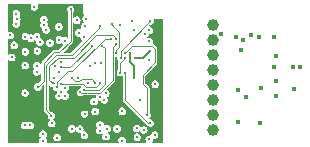
<source format=gbr>
%TF.GenerationSoftware,KiCad,Pcbnew,8.0.7*%
%TF.CreationDate,2025-01-03T20:06:19-08:00*%
%TF.ProjectId,Miniscope-v4-Wire-Free,4d696e69-7363-46f7-9065-2d76342d5769,rev?*%
%TF.SameCoordinates,Original*%
%TF.FileFunction,Copper,L4,Inr*%
%TF.FilePolarity,Positive*%
%FSLAX46Y46*%
G04 Gerber Fmt 4.6, Leading zero omitted, Abs format (unit mm)*
G04 Created by KiCad (PCBNEW 8.0.7) date 2025-01-03 20:06:19*
%MOMM*%
%LPD*%
G01*
G04 APERTURE LIST*
%TA.AperFunction,ComponentPad*%
%ADD10C,1.000000*%
%TD*%
%TA.AperFunction,ViaPad*%
%ADD11C,0.304800*%
%TD*%
%TA.AperFunction,ViaPad*%
%ADD12C,0.254000*%
%TD*%
%TA.AperFunction,ViaPad*%
%ADD13C,0.400000*%
%TD*%
%TA.AperFunction,Conductor*%
%ADD14C,0.101600*%
%TD*%
%TA.AperFunction,Conductor*%
%ADD15C,0.152400*%
%TD*%
G04 APERTURE END LIST*
D10*
%TO.N,+3V3*%
%TO.C,J21*%
X97000000Y-60055000D03*
%TD*%
%TO.N,/I2C_BB_SCL*%
%TO.C,J22*%
X97000000Y-61325000D03*
%TD*%
%TO.N,/IR_REC*%
%TO.C,J24*%
X97000000Y-63865000D03*
%TD*%
%TO.N,/I_LED*%
%TO.C,J25*%
X97000000Y-65135000D03*
%TD*%
%TO.N,+1V8*%
%TO.C,J26*%
X97000000Y-66405000D03*
%TD*%
%TO.N,/nON*%
%TO.C,J27*%
X97000000Y-67675000D03*
%TD*%
%TO.N,/I2C_BB_SDA*%
%TO.C,J23*%
X97000000Y-62595000D03*
%TD*%
%TO.N,GND*%
%TO.C,J12*%
X97000000Y-68945000D03*
%TD*%
D11*
%TO.N,Net-(U1-FB1)*%
X87808100Y-66367500D03*
%TO.N,Net-(U1-FB2)*%
X90857000Y-66367500D03*
%TO.N,Net-(D2-K)*%
X82191800Y-65254200D03*
D12*
X84960400Y-58701000D03*
D11*
%TO.N,Net-(U1-SW1)*%
X87945402Y-69462600D03*
%TO.N,Net-(U1-SW2)*%
X90614100Y-69513400D03*
%TO.N,Net-(U6B-VSW)*%
X91615200Y-61410790D03*
%TO.N,Net-(U1-PROG)*%
X87449600Y-68480000D03*
%TO.N,GND*%
X81051000Y-68497400D03*
X83349700Y-68357700D03*
X85474133Y-59612893D03*
X81114500Y-65779600D03*
X92060200Y-69335600D03*
D13*
X99140000Y-68270000D03*
X102200000Y-63590000D03*
D11*
X83957611Y-64010396D03*
D13*
X103820000Y-63550000D03*
X100980000Y-68300000D03*
D11*
X83210000Y-61537800D03*
D13*
X102210000Y-61070000D03*
X99819400Y-66125600D03*
D11*
X81571700Y-61131400D03*
X83556203Y-64504598D03*
X86446800Y-64941400D03*
X83932200Y-66033600D03*
D13*
X99370000Y-62120000D03*
X104410000Y-63580000D03*
D11*
X86131000Y-67544900D03*
X82625800Y-69275800D03*
X85032200Y-68810200D03*
X82090200Y-63476200D03*
X91615200Y-69707000D03*
X83946500Y-60170600D03*
X88417000Y-59963000D03*
X83819600Y-69551500D03*
X81889200Y-58464400D03*
X85722400Y-68835600D03*
X81127200Y-62274400D03*
X89318700Y-67316300D03*
X90282200Y-64535000D03*
X82079700Y-63988900D03*
D12*
X89982200Y-62398200D03*
X88782200Y-62398200D03*
D11*
%TO.N,/SD_DAT2*%
X79844500Y-60890100D03*
%TO.N,/SD_DAT3*%
X80187400Y-61741000D03*
%TO.N,/SD_DAT0*%
X82067000Y-61017100D03*
%TO.N,/SD_CMD*%
X79971500Y-62769700D03*
%TO.N,/SD_CLK*%
X81130607Y-61000993D03*
%TO.N,/SD_DAT1*%
X80352500Y-59937600D03*
%TO.N,/USB_VBUS*%
X86933200Y-66502800D03*
%TO.N,/SWCLK*%
X86154200Y-60123400D03*
%TO.N,/SWDIO*%
X86116600Y-61029800D03*
%TO.N,+1V8*%
X91676198Y-62223610D03*
D13*
X100860800Y-61045600D03*
D11*
X81508200Y-68522800D03*
X81114500Y-63447200D03*
X82706100Y-60017900D03*
X91676174Y-59683600D03*
X84465600Y-66006475D03*
X84160800Y-63595200D03*
X88021597Y-68785053D03*
X82143200Y-62210900D03*
X91145275Y-68904400D03*
D13*
X102350000Y-62640000D03*
D11*
X85664425Y-60683005D03*
X87920000Y-65805000D03*
D12*
X86726200Y-61766400D03*
X89182200Y-62798200D03*
X90383800Y-62798200D03*
D11*
%TO.N,/SPI1_MOSI*%
X83451300Y-64966800D03*
D12*
X88782200Y-61198200D03*
D11*
%TO.N,/SPI1_MISO*%
X83787717Y-65298375D03*
D12*
X88382200Y-61198200D03*
%TO.N,/SPI1_SCK*%
X88782200Y-61598200D03*
X85787754Y-65731537D03*
%TO.N,/SPI1_NSS*%
X87640600Y-61791800D03*
X86052254Y-65490537D03*
D11*
%TO.N,/SDMMC1_D0*%
X82884880Y-60430360D03*
%TO.N,/SDMMC1_D1*%
X83982160Y-61273640D03*
X82675813Y-59581213D03*
%TO.N,/SDMMC1_D3*%
X80365202Y-59074000D03*
X84454600Y-61359968D03*
%TO.N,/SDMMC1_CMD*%
X80377900Y-59505800D03*
%TO.N,/SDMMC1_CK*%
X82346400Y-61461600D03*
%TO.N,+3V3*%
X83946500Y-60720600D03*
X81216100Y-67684600D03*
D13*
X99133600Y-65490600D03*
D11*
X80035000Y-63950800D03*
X81114500Y-62833200D03*
X91424700Y-64644610D03*
X83792000Y-67802000D03*
X82259295Y-65741708D03*
X83311500Y-60720600D03*
D13*
X98930400Y-61020200D03*
D11*
X83652687Y-65681699D03*
D12*
X81813000Y-60077300D03*
X83946600Y-59416900D03*
X83551200Y-61995000D03*
X92365000Y-60039200D03*
D11*
X83300000Y-69880000D03*
D13*
%TO.N,/EWL_1*%
X102300000Y-65990000D03*
%TO.N,/EWL_2*%
X102299996Y-64770000D03*
D11*
%TO.N,/LED_PWM*%
X91245317Y-60771100D03*
%TO.N,VDC*%
X89307600Y-69800400D03*
X82625800Y-69830900D03*
X87043200Y-67349700D03*
%TO.N,/ENT*%
X90290855Y-60437692D03*
%TO.N,/VDD_PIX*%
X85546000Y-64489600D03*
X83627400Y-63519002D03*
%TO.N,/VDDA*%
X89129800Y-60025800D03*
%TO.N,/RESET_N*%
X84480000Y-65346075D03*
X86614267Y-63531700D03*
%TO.N,/TRIGGER0*%
X84165513Y-65676275D03*
X87550000Y-63250000D03*
%TO.N,/MONITOR0*%
X83330000Y-67690000D03*
D12*
X87475000Y-60072600D03*
D11*
%TO.N,/BAT+*%
X86125873Y-69346527D03*
D13*
%TO.N,/IR_REC*%
X101110000Y-65340000D03*
D11*
%TO.N,/XIN32*%
X91628400Y-60466300D03*
%TO.N,/XOUT32*%
X90167400Y-59640800D03*
%TO.N,/VDDCORE*%
X91589800Y-62993600D03*
%TO.N,/nRESET*%
X87437400Y-66084400D03*
%TO.N,/CLK1_OUT*%
X84150000Y-63150000D03*
X87058100Y-63224392D03*
D12*
%TO.N,/PCC_DATA5*%
X89153600Y-64042800D03*
X89582200Y-62798200D03*
D11*
%TO.N,/ADC0*%
X90536200Y-68776800D03*
%TO.N,/PCC_DATA7*%
X84175200Y-65002360D03*
D12*
X87462800Y-64921080D03*
%TO.N,/PCC_DATA6*%
X85048960Y-64494360D03*
X87056400Y-64916000D03*
D13*
%TO.N,/I2C_BB_SDA*%
X100238009Y-60867800D03*
%TO.N,/I2C_BB_SCL*%
X99565419Y-61285419D03*
%TO.N,/I_LED*%
X103900000Y-65410000D03*
D11*
X92123196Y-65025600D03*
%TO.N,/UART_RX*%
X91704600Y-68319600D03*
D12*
X89557454Y-64106237D03*
D11*
%TO.N,/UART_TX*%
X91441871Y-67629458D03*
D12*
X89582200Y-62398200D03*
D11*
%TO.N,/SD_DET*%
X86281200Y-59488402D03*
D13*
%TO.N,/nON*%
X97700000Y-60740000D03*
D11*
%TO.N,/nCHRG*%
X88872000Y-68810200D03*
X87398800Y-68962600D03*
%TD*%
D14*
%TO.N,Net-(D2-K)*%
X84960400Y-61373200D02*
X84008400Y-62325200D01*
X84008400Y-62325200D02*
X83576600Y-62325200D01*
X83576600Y-62325200D02*
X82662200Y-63239600D01*
X82662200Y-64783800D02*
X82191800Y-65254200D01*
X84960400Y-58701000D02*
X84960400Y-61373200D01*
X82662200Y-63239600D02*
X82662200Y-64783800D01*
%TO.N,GND*%
X89063000Y-60609000D02*
X88569399Y-60115399D01*
X88569399Y-60115399D02*
X88417000Y-59963000D01*
D15*
X89982200Y-62398200D02*
X89982200Y-63168200D01*
D14*
X88782200Y-62398200D02*
X88782200Y-62129178D01*
X88782200Y-62129178D02*
X89063000Y-61848378D01*
D15*
X89982200Y-63168200D02*
X90282200Y-63468200D01*
D14*
X89063000Y-61848378D02*
X89063000Y-60609000D01*
D15*
X90282200Y-63468200D02*
X90282200Y-64535000D01*
D14*
%TO.N,+1V8*%
X86726200Y-61766400D02*
X84897400Y-63595200D01*
X89182200Y-62798200D02*
X89182200Y-62177574D01*
X89182200Y-62177574D02*
X91676174Y-59683600D01*
D15*
X91101608Y-62798200D02*
X90383800Y-62798200D01*
D14*
X84897400Y-63595200D02*
X84160800Y-63595200D01*
D15*
X91101608Y-62798200D02*
X91676198Y-62223610D01*
D14*
%TO.N,/SPI1_MOSI*%
X83144800Y-63488694D02*
X83144800Y-64660300D01*
X88782200Y-61155400D02*
X88504200Y-60877400D01*
X83144800Y-64660300D02*
X83451300Y-64966800D01*
X88782200Y-61198200D02*
X88782200Y-61155400D01*
X83546806Y-64966800D02*
X83451300Y-64966800D01*
X88504200Y-60877400D02*
X87132600Y-60877400D01*
X85227600Y-62782400D02*
X83851094Y-62782400D01*
X83851094Y-62782400D02*
X83144800Y-63488694D01*
X87132600Y-60877400D02*
X85227600Y-62782400D01*
%TO.N,/SPI1_MISO*%
X88382200Y-61198200D02*
X87827800Y-61198200D01*
X84712827Y-63925400D02*
X83787717Y-64850510D01*
X85100600Y-63925400D02*
X84712827Y-63925400D01*
X83787717Y-64850510D02*
X83787717Y-65298375D01*
X87827800Y-61198200D02*
X85100600Y-63925400D01*
%TO.N,/SPI1_SCK*%
X88502799Y-61877601D02*
X88502799Y-64663401D01*
X88502799Y-64663401D02*
X87416200Y-65750000D01*
X88782200Y-61598200D02*
X88502799Y-61877601D01*
X87416200Y-65750000D02*
X85800000Y-65750000D01*
%TO.N,/SPI1_NSS*%
X87854801Y-62006001D02*
X87640600Y-61791800D01*
X87854801Y-64981199D02*
X87854801Y-62006001D01*
X87335789Y-65500211D02*
X87854801Y-64981199D01*
X86050000Y-65500000D02*
X86050211Y-65500211D01*
X86050211Y-65500211D02*
X87335789Y-65500211D01*
%TO.N,+3V3*%
X83602000Y-61944200D02*
X83602000Y-61065100D01*
D15*
X91424700Y-64644610D02*
X92365000Y-63704310D01*
D14*
X83551200Y-61995000D02*
X83602000Y-61944200D01*
D15*
X83729000Y-59175600D02*
X83957600Y-59404200D01*
X81813000Y-60077300D02*
X81813000Y-59859648D01*
X82497048Y-59175600D02*
X83729000Y-59175600D01*
X92365000Y-63704310D02*
X92365000Y-60039200D01*
X81813000Y-59859648D02*
X82497048Y-59175600D01*
D14*
X83602000Y-61065100D02*
X83946500Y-60720600D01*
%TO.N,/MONITOR0*%
X87348001Y-60199599D02*
X87348001Y-60280999D01*
X87348001Y-60280999D02*
X85075200Y-62553800D01*
X87475000Y-60072600D02*
X87348001Y-60199599D01*
X85075200Y-62553800D02*
X83703600Y-62553800D01*
X83177601Y-67537601D02*
X83330000Y-67690000D01*
X82890800Y-67250800D02*
X83177601Y-67537601D01*
X83703600Y-62553800D02*
X82890800Y-63366600D01*
X82890800Y-63366600D02*
X82890800Y-67250800D01*
%TO.N,/PCC_DATA5*%
X89153600Y-63226800D02*
X89582200Y-62798200D01*
X89153600Y-64042800D02*
X89153600Y-63226800D01*
%TO.N,/PCC_DATA7*%
X86025160Y-65002360D02*
X86294400Y-65271600D01*
X84175200Y-65002360D02*
X86025160Y-65002360D01*
X86294400Y-65271600D02*
X87112280Y-65271600D01*
X87112280Y-65271600D02*
X87462800Y-64921080D01*
%TO.N,/PCC_DATA6*%
X87056400Y-64916000D02*
X86726200Y-64585800D01*
X85692305Y-64794401D02*
X85349001Y-64794401D01*
X85900906Y-64585800D02*
X85692305Y-64794401D01*
X86726200Y-64585800D02*
X85900906Y-64585800D01*
X85349001Y-64794401D02*
X85048960Y-64494360D01*
%TO.N,/UART_RX*%
X89557454Y-66387980D02*
X91489074Y-68319600D01*
X91489074Y-68319600D02*
X91704600Y-68319600D01*
X89557454Y-64106237D02*
X89557454Y-66387980D01*
%TO.N,/UART_TX*%
X91069600Y-64230200D02*
X91069600Y-65014497D01*
X90163200Y-61817200D02*
X91857000Y-61817200D01*
X89582200Y-62398200D02*
X90163200Y-61817200D01*
X91069600Y-65014497D02*
X91441871Y-65386768D01*
X92111000Y-62071200D02*
X92111000Y-63188800D01*
X92111000Y-63188800D02*
X91069600Y-64230200D01*
X91441871Y-65386768D02*
X91441871Y-67629458D01*
X91857000Y-61817200D02*
X92111000Y-62071200D01*
%TD*%
%TA.AperFunction,Conductor*%
%TO.N,+3V3*%
G36*
X81584700Y-58264586D02*
G01*
X81599286Y-58299800D01*
X81592614Y-58324700D01*
X81577467Y-58350934D01*
X81577464Y-58350941D01*
X81557460Y-58464396D01*
X81557460Y-58464403D01*
X81577464Y-58577858D01*
X81577467Y-58577865D01*
X81635070Y-58677635D01*
X81635072Y-58677638D01*
X81723330Y-58751695D01*
X81831594Y-58791100D01*
X81946806Y-58791100D01*
X82055070Y-58751695D01*
X82143328Y-58677638D01*
X82200934Y-58577862D01*
X82200935Y-58577858D01*
X82220940Y-58464403D01*
X82220940Y-58464396D01*
X82200935Y-58350941D01*
X82200932Y-58350934D01*
X82185786Y-58324700D01*
X82180811Y-58286911D01*
X82204014Y-58256672D01*
X82228914Y-58250000D01*
X85950200Y-58250000D01*
X85985414Y-58264586D01*
X86000000Y-58299800D01*
X86000000Y-59000000D01*
X86073996Y-59073996D01*
X86123818Y-59123818D01*
X86138404Y-59159032D01*
X86123818Y-59194246D01*
X86118613Y-59198240D01*
X86118668Y-59198306D01*
X86027070Y-59275166D01*
X85969467Y-59374936D01*
X85969464Y-59374943D01*
X85949460Y-59488398D01*
X85949460Y-59488405D01*
X85969464Y-59601860D01*
X85969467Y-59601867D01*
X86027070Y-59701637D01*
X86027072Y-59701640D01*
X86056522Y-59726351D01*
X86061043Y-59730145D01*
X86078643Y-59763954D01*
X86067181Y-59800305D01*
X86046065Y-59815091D01*
X85988330Y-59836104D01*
X85940856Y-59875940D01*
X85900074Y-59910161D01*
X85900070Y-59910164D01*
X85842467Y-60009934D01*
X85842464Y-60009941D01*
X85822460Y-60123396D01*
X85822460Y-60123403D01*
X85842464Y-60236858D01*
X85842467Y-60236865D01*
X85893401Y-60325084D01*
X85898376Y-60362873D01*
X85875173Y-60393112D01*
X85837384Y-60398087D01*
X85833241Y-60396781D01*
X85722031Y-60356305D01*
X85606819Y-60356305D01*
X85498555Y-60395709D01*
X85448519Y-60437695D01*
X85414426Y-60466303D01*
X85410295Y-60469769D01*
X85352692Y-60569539D01*
X85352689Y-60569546D01*
X85332685Y-60683001D01*
X85332685Y-60683008D01*
X85352689Y-60796463D01*
X85352692Y-60796470D01*
X85405267Y-60887531D01*
X85410297Y-60896243D01*
X85498555Y-60970300D01*
X85606819Y-61009705D01*
X85722030Y-61009705D01*
X85722031Y-61009705D01*
X85722031Y-61009704D01*
X85726324Y-61008948D01*
X85726496Y-61009927D01*
X85760038Y-61011384D01*
X85785796Y-61039479D01*
X85788046Y-61047875D01*
X85804865Y-61143259D01*
X85804867Y-61143265D01*
X85862470Y-61243035D01*
X85862472Y-61243038D01*
X85898946Y-61273643D01*
X85948844Y-61315513D01*
X85966444Y-61349322D01*
X85954982Y-61385673D01*
X85952047Y-61388876D01*
X85005411Y-62335514D01*
X84970197Y-62350100D01*
X84391803Y-62350100D01*
X84356589Y-62335514D01*
X84342003Y-62300300D01*
X84356589Y-62265086D01*
X84698071Y-61923604D01*
X85133089Y-61488587D01*
X85164100Y-61413719D01*
X85164100Y-61332682D01*
X85164100Y-59886017D01*
X85178686Y-59850803D01*
X85213900Y-59836217D01*
X85245909Y-59847867D01*
X85308263Y-59900188D01*
X85416527Y-59939593D01*
X85531739Y-59939593D01*
X85640003Y-59900188D01*
X85728261Y-59826131D01*
X85785867Y-59726355D01*
X85786176Y-59724603D01*
X85805873Y-59612896D01*
X85805873Y-59612889D01*
X85785868Y-59499434D01*
X85785865Y-59499427D01*
X85728262Y-59399657D01*
X85728261Y-59399655D01*
X85640003Y-59325598D01*
X85640002Y-59325597D01*
X85531739Y-59286193D01*
X85416527Y-59286193D01*
X85308263Y-59325597D01*
X85245911Y-59377917D01*
X85209559Y-59389378D01*
X85175751Y-59371779D01*
X85164100Y-59339768D01*
X85164100Y-58946616D01*
X85178686Y-58911402D01*
X85181870Y-58908484D01*
X85194770Y-58897660D01*
X85247897Y-58805640D01*
X85266348Y-58701000D01*
X85266348Y-58700997D01*
X85247897Y-58596362D01*
X85247897Y-58596360D01*
X85240356Y-58583299D01*
X85194771Y-58504342D01*
X85194770Y-58504340D01*
X85113374Y-58436041D01*
X85113373Y-58436040D01*
X85013527Y-58399700D01*
X84907273Y-58399700D01*
X84807426Y-58436040D01*
X84726028Y-58504342D01*
X84672904Y-58596356D01*
X84672902Y-58596362D01*
X84654452Y-58700997D01*
X84654452Y-58701002D01*
X84672902Y-58805637D01*
X84672904Y-58805643D01*
X84704727Y-58860762D01*
X84726030Y-58897660D01*
X84738911Y-58908468D01*
X84756510Y-58942275D01*
X84756700Y-58946616D01*
X84756700Y-61080186D01*
X84742114Y-61115400D01*
X84706900Y-61129986D01*
X84674890Y-61118335D01*
X84620471Y-61072672D01*
X84512206Y-61033268D01*
X84396994Y-61033268D01*
X84289211Y-61072497D01*
X84251132Y-61070834D01*
X84240236Y-61062473D01*
X84239625Y-61063202D01*
X84148029Y-60986344D01*
X84039766Y-60946940D01*
X83924554Y-60946940D01*
X83816290Y-60986344D01*
X83728030Y-61060404D01*
X83670427Y-61160174D01*
X83670424Y-61160181D01*
X83650420Y-61273636D01*
X83650420Y-61273643D01*
X83670424Y-61387098D01*
X83670427Y-61387105D01*
X83720435Y-61473720D01*
X83728032Y-61486878D01*
X83816290Y-61560935D01*
X83924554Y-61600340D01*
X84039767Y-61600340D01*
X84073522Y-61588053D01*
X84147548Y-61561110D01*
X84185626Y-61562772D01*
X84196521Y-61571136D01*
X84197135Y-61570406D01*
X84200472Y-61573206D01*
X84288730Y-61647263D01*
X84288731Y-61647263D01*
X84288732Y-61647264D01*
X84295576Y-61649756D01*
X84323677Y-61675506D01*
X84325339Y-61713585D01*
X84313757Y-61731766D01*
X83938611Y-62106914D01*
X83903397Y-62121500D01*
X83622921Y-62121500D01*
X83622913Y-62121499D01*
X83617119Y-62121499D01*
X83536081Y-62121499D01*
X83498527Y-62137055D01*
X83461212Y-62152511D01*
X82489510Y-63124213D01*
X82458500Y-63199078D01*
X82458500Y-63274856D01*
X82443914Y-63310070D01*
X82408700Y-63324656D01*
X82373486Y-63310070D01*
X82365572Y-63299757D01*
X82344618Y-63263465D01*
X82344328Y-63262962D01*
X82268194Y-63199078D01*
X82256069Y-63188904D01*
X82147806Y-63149500D01*
X82032594Y-63149500D01*
X81924330Y-63188904D01*
X81836070Y-63262964D01*
X81778467Y-63362734D01*
X81778464Y-63362741D01*
X81758460Y-63476196D01*
X81758460Y-63476203D01*
X81778464Y-63589658D01*
X81778467Y-63589665D01*
X81836073Y-63689440D01*
X81836734Y-63689994D01*
X81837053Y-63690608D01*
X81838875Y-63692779D01*
X81838394Y-63693182D01*
X81854335Y-63723802D01*
X81842875Y-63760153D01*
X81836738Y-63766291D01*
X81825573Y-63775660D01*
X81825571Y-63775663D01*
X81767967Y-63875434D01*
X81767964Y-63875441D01*
X81747960Y-63988896D01*
X81747960Y-63988903D01*
X81767964Y-64102358D01*
X81767967Y-64102365D01*
X81825570Y-64202135D01*
X81825572Y-64202138D01*
X81913830Y-64276195D01*
X82022094Y-64315600D01*
X82137306Y-64315600D01*
X82245570Y-64276195D01*
X82333828Y-64202138D01*
X82365572Y-64147155D01*
X82395811Y-64123953D01*
X82433600Y-64128928D01*
X82456803Y-64159167D01*
X82458500Y-64172056D01*
X82458500Y-64678797D01*
X82443914Y-64714011D01*
X82245011Y-64912914D01*
X82209797Y-64927500D01*
X82134194Y-64927500D01*
X82025930Y-64966904D01*
X81937670Y-65040964D01*
X81880067Y-65140734D01*
X81880064Y-65140741D01*
X81860060Y-65254196D01*
X81860060Y-65254203D01*
X81880064Y-65367658D01*
X81880067Y-65367665D01*
X81916861Y-65431393D01*
X81937672Y-65467438D01*
X82025930Y-65541495D01*
X82134194Y-65580900D01*
X82249406Y-65580900D01*
X82357670Y-65541495D01*
X82445928Y-65467438D01*
X82503534Y-65367662D01*
X82506723Y-65349575D01*
X82523540Y-65254203D01*
X82523540Y-65254200D01*
X82521496Y-65242612D01*
X82529744Y-65205400D01*
X82535319Y-65198754D01*
X82602086Y-65131987D01*
X82637300Y-65117402D01*
X82672514Y-65131988D01*
X82687100Y-65167202D01*
X82687100Y-67291321D01*
X82718110Y-67366186D01*
X82718111Y-67366187D01*
X82775413Y-67423489D01*
X82775414Y-67423489D01*
X82986474Y-67634549D01*
X83001060Y-67669763D01*
X83000303Y-67678410D01*
X82998260Y-67689996D01*
X82998260Y-67690003D01*
X83018264Y-67803458D01*
X83018267Y-67803465D01*
X83075870Y-67903235D01*
X83075872Y-67903238D01*
X83123378Y-67943100D01*
X83164131Y-67977296D01*
X83174768Y-67981167D01*
X83202870Y-68006916D01*
X83204534Y-68044995D01*
X83186369Y-68066652D01*
X83187168Y-68067604D01*
X83095570Y-68144464D01*
X83037967Y-68244234D01*
X83037964Y-68244241D01*
X83017960Y-68357696D01*
X83017960Y-68357703D01*
X83037964Y-68471158D01*
X83037967Y-68471165D01*
X83095570Y-68570935D01*
X83095572Y-68570938D01*
X83183830Y-68644995D01*
X83292094Y-68684400D01*
X83407306Y-68684400D01*
X83515570Y-68644995D01*
X83603828Y-68570938D01*
X83661434Y-68471162D01*
X83665148Y-68450100D01*
X83681440Y-68357703D01*
X83681440Y-68357696D01*
X83661435Y-68244241D01*
X83661432Y-68244234D01*
X83603829Y-68144464D01*
X83603828Y-68144462D01*
X83515570Y-68070405D01*
X83515569Y-68070404D01*
X83504930Y-68066532D01*
X83476828Y-68040782D01*
X83475165Y-68002703D01*
X83493333Y-67981051D01*
X83492532Y-67980096D01*
X83496392Y-67976856D01*
X83584128Y-67903238D01*
X83641734Y-67803462D01*
X83649726Y-67758138D01*
X83661740Y-67690003D01*
X83661740Y-67689996D01*
X83641735Y-67576541D01*
X83641732Y-67576534D01*
X83623466Y-67544896D01*
X85799260Y-67544896D01*
X85799260Y-67544903D01*
X85819264Y-67658358D01*
X85819267Y-67658365D01*
X85876870Y-67758135D01*
X85876872Y-67758138D01*
X85965130Y-67832195D01*
X86073394Y-67871600D01*
X86188606Y-67871600D01*
X86296870Y-67832195D01*
X86385128Y-67758138D01*
X86442734Y-67658362D01*
X86447830Y-67629461D01*
X86462740Y-67544903D01*
X86462740Y-67544896D01*
X86442735Y-67431441D01*
X86442732Y-67431434D01*
X86395540Y-67349696D01*
X86711460Y-67349696D01*
X86711460Y-67349703D01*
X86731464Y-67463158D01*
X86731467Y-67463165D01*
X86789070Y-67562935D01*
X86789072Y-67562938D01*
X86877330Y-67636995D01*
X86985594Y-67676400D01*
X87100806Y-67676400D01*
X87209070Y-67636995D01*
X87297328Y-67562938D01*
X87354934Y-67463162D01*
X87354935Y-67463158D01*
X87374940Y-67349703D01*
X87374940Y-67349696D01*
X87369051Y-67316296D01*
X88986960Y-67316296D01*
X88986960Y-67316303D01*
X89006964Y-67429758D01*
X89006967Y-67429765D01*
X89056755Y-67515999D01*
X89064572Y-67529538D01*
X89152830Y-67603595D01*
X89261094Y-67643000D01*
X89376306Y-67643000D01*
X89484570Y-67603595D01*
X89572828Y-67529538D01*
X89630434Y-67429762D01*
X89631540Y-67423489D01*
X89650440Y-67316303D01*
X89650440Y-67316296D01*
X89630435Y-67202841D01*
X89630432Y-67202834D01*
X89572829Y-67103064D01*
X89572828Y-67103062D01*
X89484570Y-67029005D01*
X89484569Y-67029004D01*
X89376306Y-66989600D01*
X89261094Y-66989600D01*
X89152830Y-67029004D01*
X89064570Y-67103064D01*
X89006967Y-67202834D01*
X89006964Y-67202841D01*
X88986960Y-67316296D01*
X87369051Y-67316296D01*
X87354935Y-67236241D01*
X87354932Y-67236234D01*
X87314627Y-67166425D01*
X87297328Y-67136462D01*
X87209070Y-67062405D01*
X87209069Y-67062404D01*
X87100806Y-67023000D01*
X86985594Y-67023000D01*
X86877330Y-67062404D01*
X86789070Y-67136464D01*
X86731467Y-67236234D01*
X86731464Y-67236241D01*
X86711460Y-67349696D01*
X86395540Y-67349696D01*
X86385129Y-67331664D01*
X86385128Y-67331662D01*
X86296870Y-67257605D01*
X86296869Y-67257604D01*
X86188606Y-67218200D01*
X86073394Y-67218200D01*
X85965130Y-67257604D01*
X85876870Y-67331664D01*
X85819267Y-67431434D01*
X85819264Y-67431441D01*
X85799260Y-67544896D01*
X83623466Y-67544896D01*
X83584129Y-67476764D01*
X83584128Y-67476762D01*
X83495870Y-67402705D01*
X83495869Y-67402704D01*
X83387606Y-67363300D01*
X83312003Y-67363300D01*
X83276789Y-67348714D01*
X83109086Y-67181011D01*
X83094500Y-67145797D01*
X83094500Y-65188061D01*
X83109086Y-65152847D01*
X83144300Y-65138261D01*
X83179514Y-65152847D01*
X83187428Y-65163161D01*
X83197172Y-65180038D01*
X83285430Y-65254095D01*
X83393694Y-65293500D01*
X83413330Y-65293500D01*
X83448544Y-65308086D01*
X83462373Y-65334652D01*
X83475982Y-65411834D01*
X83475984Y-65411840D01*
X83522133Y-65491771D01*
X83533589Y-65511613D01*
X83621847Y-65585670D01*
X83730111Y-65625075D01*
X83783973Y-65625075D01*
X83819187Y-65639661D01*
X83832606Y-65672059D01*
X83833017Y-65671987D01*
X83833343Y-65673837D01*
X83833773Y-65674875D01*
X83833773Y-65676275D01*
X83834053Y-65677864D01*
X83833773Y-65679126D01*
X83833773Y-65680632D01*
X83833439Y-65680632D01*
X83825801Y-65715075D01*
X83802043Y-65733305D01*
X83766330Y-65746304D01*
X83766328Y-65746305D01*
X83678070Y-65820364D01*
X83620467Y-65920134D01*
X83620464Y-65920141D01*
X83600460Y-66033594D01*
X83600460Y-66033603D01*
X83620464Y-66147058D01*
X83620467Y-66147065D01*
X83673041Y-66238124D01*
X83678072Y-66246838D01*
X83766330Y-66320895D01*
X83874594Y-66360300D01*
X83989806Y-66360300D01*
X84098070Y-66320895D01*
X84183054Y-66249584D01*
X84219402Y-66238124D01*
X84247073Y-66249586D01*
X84277803Y-66275371D01*
X84299730Y-66293770D01*
X84407994Y-66333175D01*
X84523206Y-66333175D01*
X84631470Y-66293770D01*
X84719728Y-66219713D01*
X84777334Y-66119937D01*
X84777335Y-66119933D01*
X84797340Y-66006478D01*
X84797340Y-66006471D01*
X84777335Y-65893016D01*
X84777332Y-65893009D01*
X84719729Y-65793239D01*
X84719728Y-65793237D01*
X84646193Y-65731534D01*
X84630577Y-65718430D01*
X84612977Y-65684621D01*
X84624439Y-65648270D01*
X84642243Y-65635805D01*
X84642096Y-65635550D01*
X84645017Y-65633862D01*
X84645562Y-65633482D01*
X84645870Y-65633370D01*
X84734128Y-65559313D01*
X84791734Y-65459537D01*
X84791735Y-65459533D01*
X84811740Y-65346078D01*
X84811740Y-65346072D01*
X84797358Y-65264508D01*
X84805607Y-65227296D01*
X84837753Y-65206817D01*
X84846401Y-65206060D01*
X85785717Y-65206060D01*
X85820931Y-65220646D01*
X85835517Y-65255860D01*
X85820931Y-65291074D01*
X85817923Y-65293830D01*
X85817883Y-65293877D01*
X85764757Y-65385896D01*
X85764756Y-65385899D01*
X85763461Y-65393244D01*
X85742982Y-65425390D01*
X85731450Y-65431393D01*
X85634780Y-65466577D01*
X85553382Y-65534879D01*
X85500258Y-65626893D01*
X85500256Y-65626899D01*
X85481806Y-65731534D01*
X85481806Y-65731539D01*
X85500256Y-65836174D01*
X85500258Y-65836180D01*
X85547765Y-65918465D01*
X85553384Y-65928197D01*
X85634780Y-65996496D01*
X85734627Y-66032837D01*
X85840881Y-66032837D01*
X85940729Y-65996496D01*
X85977847Y-65965351D01*
X86009857Y-65953700D01*
X87069356Y-65953700D01*
X87104570Y-65968286D01*
X87119156Y-66003500D01*
X87118399Y-66012147D01*
X87105660Y-66084396D01*
X87105660Y-66084397D01*
X87105660Y-66084398D01*
X87105660Y-66084400D01*
X87111416Y-66117043D01*
X87115836Y-66142113D01*
X87107585Y-66179325D01*
X87075439Y-66199804D01*
X87049760Y-66197557D01*
X86990806Y-66176100D01*
X86875594Y-66176100D01*
X86767330Y-66215504D01*
X86679070Y-66289564D01*
X86621467Y-66389334D01*
X86621464Y-66389341D01*
X86601460Y-66502796D01*
X86601460Y-66502803D01*
X86621464Y-66616258D01*
X86621467Y-66616265D01*
X86679070Y-66716035D01*
X86679072Y-66716038D01*
X86767330Y-66790095D01*
X86875594Y-66829500D01*
X86990806Y-66829500D01*
X87099070Y-66790095D01*
X87187328Y-66716038D01*
X87244934Y-66616262D01*
X87251198Y-66580738D01*
X87264940Y-66502803D01*
X87264940Y-66502797D01*
X87254764Y-66445087D01*
X87263013Y-66407875D01*
X87295159Y-66387396D01*
X87320838Y-66389641D01*
X87379794Y-66411100D01*
X87442261Y-66411100D01*
X87477475Y-66425686D01*
X87491303Y-66452250D01*
X87494988Y-66473149D01*
X87496366Y-66480964D01*
X87496367Y-66480965D01*
X87534233Y-66546550D01*
X87553972Y-66580738D01*
X87642230Y-66654795D01*
X87750494Y-66694200D01*
X87865706Y-66694200D01*
X87973970Y-66654795D01*
X88062228Y-66580738D01*
X88119834Y-66480962D01*
X88126160Y-66445087D01*
X88139840Y-66367503D01*
X88139840Y-66367496D01*
X88119835Y-66254041D01*
X88119832Y-66254034D01*
X88066206Y-66161152D01*
X88061231Y-66123363D01*
X88082735Y-66095338D01*
X88082532Y-66095096D01*
X88083623Y-66094179D01*
X88084434Y-66093124D01*
X88084437Y-66093122D01*
X88085868Y-66092295D01*
X88085870Y-66092295D01*
X88174128Y-66018238D01*
X88231734Y-65918462D01*
X88236213Y-65893062D01*
X88251740Y-65805003D01*
X88251740Y-65804996D01*
X88231735Y-65691541D01*
X88231732Y-65691534D01*
X88174129Y-65591764D01*
X88174128Y-65591762D01*
X88085870Y-65517705D01*
X88085868Y-65517704D01*
X88085867Y-65517703D01*
X88049866Y-65504599D01*
X88021765Y-65478849D01*
X88020103Y-65440770D01*
X88031683Y-65422591D01*
X88618184Y-64836090D01*
X88618186Y-64836090D01*
X88675488Y-64778788D01*
X88706499Y-64703920D01*
X88706499Y-62749300D01*
X88721085Y-62714086D01*
X88756299Y-62699500D01*
X88834306Y-62699500D01*
X88869520Y-62714086D01*
X88884106Y-62749300D01*
X88883349Y-62757948D01*
X88876252Y-62798197D01*
X88876252Y-62798202D01*
X88894702Y-62902837D01*
X88894704Y-62902843D01*
X88947829Y-62994859D01*
X88947830Y-62994860D01*
X88987560Y-63028197D01*
X89005159Y-63062005D01*
X88993698Y-63098357D01*
X88990766Y-63101557D01*
X88980911Y-63111413D01*
X88980909Y-63111415D01*
X88949900Y-63186278D01*
X88949900Y-63797182D01*
X88935314Y-63832396D01*
X88932112Y-63835330D01*
X88919230Y-63846139D01*
X88919229Y-63846140D01*
X88866104Y-63938156D01*
X88866102Y-63938162D01*
X88847652Y-64042797D01*
X88847652Y-64042802D01*
X88866102Y-64147437D01*
X88866104Y-64147443D01*
X88919228Y-64239457D01*
X88919230Y-64239460D01*
X89000626Y-64307759D01*
X89100473Y-64344100D01*
X89206726Y-64344100D01*
X89206727Y-64344100D01*
X89286923Y-64314911D01*
X89325000Y-64316574D01*
X89350751Y-64344675D01*
X89353754Y-64361708D01*
X89353754Y-66428501D01*
X89384764Y-66503366D01*
X89384765Y-66503367D01*
X89442067Y-66560669D01*
X89442068Y-66560669D01*
X91316384Y-68434986D01*
X91316385Y-68434987D01*
X91373687Y-68492289D01*
X91428220Y-68514876D01*
X91446257Y-68530687D01*
X91447672Y-68529501D01*
X91450472Y-68532838D01*
X91538730Y-68606895D01*
X91646994Y-68646300D01*
X91762206Y-68646300D01*
X91870470Y-68606895D01*
X91958728Y-68532838D01*
X92016334Y-68433062D01*
X92020518Y-68409334D01*
X92036340Y-68319603D01*
X92036340Y-68319596D01*
X92016335Y-68206141D01*
X92016332Y-68206134D01*
X91958729Y-68106364D01*
X91958728Y-68106362D01*
X91870470Y-68032305D01*
X91870469Y-68032304D01*
X91762206Y-67992900D01*
X91653817Y-67992900D01*
X91618603Y-67978314D01*
X91604017Y-67943100D01*
X91618603Y-67907886D01*
X91621806Y-67904951D01*
X91695999Y-67842696D01*
X91753605Y-67742920D01*
X91765334Y-67676400D01*
X91773611Y-67629461D01*
X91773611Y-67629454D01*
X91753606Y-67515999D01*
X91753603Y-67515992D01*
X91703819Y-67429765D01*
X91695999Y-67416220D01*
X91663359Y-67388832D01*
X91645760Y-67355024D01*
X91645571Y-67350684D01*
X91645571Y-65433089D01*
X91645572Y-65433080D01*
X91645572Y-65346251D01*
X91645572Y-65346250D01*
X91622129Y-65289655D01*
X91622129Y-65289653D01*
X91617694Y-65278949D01*
X91614560Y-65271381D01*
X91557258Y-65214079D01*
X91554422Y-65211243D01*
X91554415Y-65211237D01*
X91368774Y-65025596D01*
X91791456Y-65025596D01*
X91791456Y-65025603D01*
X91811460Y-65139058D01*
X91811463Y-65139065D01*
X91861412Y-65225578D01*
X91869068Y-65238838D01*
X91957326Y-65312895D01*
X92065590Y-65352300D01*
X92180802Y-65352300D01*
X92289066Y-65312895D01*
X92377324Y-65238838D01*
X92434930Y-65139062D01*
X92434931Y-65139058D01*
X92454936Y-65025603D01*
X92454936Y-65025596D01*
X92434931Y-64912141D01*
X92434928Y-64912134D01*
X92377325Y-64812364D01*
X92377324Y-64812362D01*
X92289066Y-64738305D01*
X92289065Y-64738304D01*
X92180802Y-64698900D01*
X92065590Y-64698900D01*
X91957326Y-64738304D01*
X91896764Y-64789122D01*
X91885398Y-64798660D01*
X91869066Y-64812364D01*
X91811463Y-64912134D01*
X91811460Y-64912141D01*
X91791456Y-65025596D01*
X91368774Y-65025596D01*
X91287886Y-64944708D01*
X91273300Y-64909494D01*
X91273300Y-64335202D01*
X91287885Y-64299989D01*
X92226385Y-63361489D01*
X92226387Y-63361489D01*
X92283689Y-63304187D01*
X92314700Y-63229319D01*
X92314700Y-62030681D01*
X92296650Y-61987105D01*
X92283689Y-61955813D01*
X92226386Y-61898510D01*
X92029689Y-61701814D01*
X92029689Y-61701813D01*
X91972387Y-61644511D01*
X91972386Y-61644510D01*
X91932137Y-61627839D01*
X91905185Y-61600888D01*
X91905185Y-61562773D01*
X91908056Y-61556949D01*
X91926934Y-61524252D01*
X91933524Y-61486878D01*
X91946940Y-61410793D01*
X91946940Y-61410786D01*
X91926935Y-61297331D01*
X91926932Y-61297324D01*
X91869329Y-61197554D01*
X91869328Y-61197552D01*
X91781070Y-61123495D01*
X91781069Y-61123494D01*
X91672806Y-61084090D01*
X91557594Y-61084090D01*
X91510349Y-61101285D01*
X91472270Y-61099622D01*
X91446520Y-61071520D01*
X91448183Y-61033441D01*
X91461303Y-61016342D01*
X91499445Y-60984338D01*
X91557051Y-60884562D01*
X91558914Y-60873996D01*
X91565940Y-60834153D01*
X91586419Y-60802006D01*
X91614983Y-60793000D01*
X91686006Y-60793000D01*
X91794270Y-60753595D01*
X91882528Y-60679538D01*
X91940134Y-60579762D01*
X91940135Y-60579758D01*
X91960140Y-60466303D01*
X91960140Y-60466296D01*
X91940135Y-60352841D01*
X91940132Y-60352834D01*
X91882529Y-60253064D01*
X91882528Y-60253062D01*
X91794270Y-60179005D01*
X91794269Y-60179004D01*
X91686006Y-60139600D01*
X91628477Y-60139600D01*
X91593263Y-60125014D01*
X91578677Y-60089800D01*
X91593263Y-60054586D01*
X91622963Y-60024886D01*
X91658177Y-60010300D01*
X91733780Y-60010300D01*
X91842044Y-59970895D01*
X91930302Y-59896838D01*
X91987908Y-59797062D01*
X91987972Y-59796700D01*
X92007914Y-59683603D01*
X92007914Y-59683596D01*
X91987908Y-59570136D01*
X91986705Y-59566830D01*
X91988369Y-59528752D01*
X92016472Y-59503003D01*
X92033502Y-59500000D01*
X92700200Y-59500000D01*
X92735414Y-59514586D01*
X92750000Y-59549800D01*
X92750000Y-69950200D01*
X92735414Y-69985414D01*
X92700200Y-70000000D01*
X91909196Y-70000000D01*
X91873982Y-69985414D01*
X91859396Y-69950200D01*
X91868621Y-69924860D01*
X91867150Y-69924011D01*
X91920906Y-69830903D01*
X91926934Y-69820462D01*
X91926935Y-69820458D01*
X91947615Y-69703174D01*
X91968094Y-69671027D01*
X91998237Y-69664344D01*
X91998237Y-69662300D01*
X92117806Y-69662300D01*
X92226070Y-69622895D01*
X92314328Y-69548838D01*
X92371934Y-69449062D01*
X92371935Y-69449058D01*
X92391940Y-69335603D01*
X92391940Y-69335596D01*
X92371935Y-69222141D01*
X92371932Y-69222134D01*
X92327094Y-69144474D01*
X92314328Y-69122362D01*
X92226070Y-69048305D01*
X92226069Y-69048304D01*
X92117806Y-69008900D01*
X92002594Y-69008900D01*
X91894330Y-69048304D01*
X91844517Y-69090103D01*
X91811706Y-69117635D01*
X91806070Y-69122364D01*
X91748467Y-69222134D01*
X91748465Y-69222140D01*
X91727784Y-69339426D01*
X91707305Y-69371572D01*
X91677163Y-69378256D01*
X91677163Y-69380300D01*
X91557594Y-69380300D01*
X91449330Y-69419704D01*
X91398206Y-69462603D01*
X91366705Y-69489036D01*
X91361070Y-69493764D01*
X91303467Y-69593534D01*
X91303464Y-69593541D01*
X91283460Y-69706996D01*
X91283460Y-69707003D01*
X91303464Y-69820458D01*
X91303467Y-69820465D01*
X91363250Y-69924011D01*
X91361504Y-69925019D01*
X91370815Y-69954531D01*
X91353222Y-69988343D01*
X91321204Y-70000000D01*
X89655859Y-70000000D01*
X89620645Y-69985414D01*
X89606059Y-69950200D01*
X89612731Y-69925300D01*
X89619332Y-69913865D01*
X89619334Y-69913862D01*
X89632340Y-69840100D01*
X89639340Y-69800403D01*
X89639340Y-69800396D01*
X89619335Y-69686941D01*
X89619332Y-69686934D01*
X89565407Y-69593534D01*
X89561728Y-69587162D01*
X89473470Y-69513105D01*
X89473469Y-69513104D01*
X89365206Y-69473700D01*
X89249994Y-69473700D01*
X89141730Y-69513104D01*
X89074957Y-69569133D01*
X89055619Y-69585361D01*
X89053470Y-69587164D01*
X88995867Y-69686934D01*
X88995864Y-69686941D01*
X88975860Y-69800396D01*
X88975860Y-69800403D01*
X88995864Y-69913858D01*
X88995867Y-69913865D01*
X89002469Y-69925300D01*
X89007444Y-69963089D01*
X88984241Y-69993328D01*
X88959341Y-70000000D01*
X82987073Y-70000000D01*
X82951859Y-69985414D01*
X82937273Y-69950200D01*
X82938030Y-69941553D01*
X82957540Y-69830903D01*
X82957540Y-69830896D01*
X82937535Y-69717441D01*
X82937532Y-69717434D01*
X82879929Y-69617663D01*
X82879928Y-69617662D01*
X82848747Y-69591498D01*
X82831148Y-69557691D01*
X82833101Y-69551496D01*
X83487860Y-69551496D01*
X83487860Y-69551503D01*
X83507864Y-69664958D01*
X83507867Y-69664965D01*
X83556902Y-69749895D01*
X83565472Y-69764738D01*
X83653730Y-69838795D01*
X83761994Y-69878200D01*
X83877206Y-69878200D01*
X83985470Y-69838795D01*
X84073728Y-69764738D01*
X84131334Y-69664962D01*
X84131443Y-69664344D01*
X84151340Y-69551503D01*
X84151340Y-69551496D01*
X84131335Y-69438041D01*
X84131332Y-69438034D01*
X84080003Y-69349131D01*
X84073728Y-69338262D01*
X83985470Y-69264205D01*
X83985469Y-69264204D01*
X83877206Y-69224800D01*
X83761994Y-69224800D01*
X83653730Y-69264204D01*
X83586957Y-69320233D01*
X83568645Y-69335600D01*
X83565470Y-69338264D01*
X83507867Y-69438034D01*
X83507864Y-69438041D01*
X83487860Y-69551496D01*
X82833101Y-69551496D01*
X82842608Y-69521340D01*
X82848742Y-69515205D01*
X82879928Y-69489038D01*
X82937534Y-69389262D01*
X82937535Y-69389258D01*
X82957540Y-69275803D01*
X82957540Y-69275796D01*
X82937535Y-69162341D01*
X82937532Y-69162334D01*
X82879929Y-69062564D01*
X82879928Y-69062562D01*
X82793497Y-68990038D01*
X82791669Y-68988504D01*
X82683406Y-68949100D01*
X82568194Y-68949100D01*
X82459930Y-68988504D01*
X82371670Y-69062564D01*
X82314067Y-69162334D01*
X82314064Y-69162341D01*
X82294060Y-69275796D01*
X82294060Y-69275803D01*
X82314064Y-69389258D01*
X82314067Y-69389265D01*
X82371670Y-69489035D01*
X82371672Y-69489038D01*
X82400709Y-69513403D01*
X82402852Y-69515201D01*
X82420452Y-69549010D01*
X82408990Y-69585361D01*
X82402852Y-69591499D01*
X82371670Y-69617664D01*
X82314067Y-69717434D01*
X82314064Y-69717441D01*
X82294060Y-69830896D01*
X82294060Y-69830903D01*
X82313570Y-69941553D01*
X82305321Y-69978764D01*
X82273174Y-69999243D01*
X82264527Y-70000000D01*
X79699800Y-70000000D01*
X79664586Y-69985414D01*
X79650000Y-69950200D01*
X79650000Y-68497396D01*
X80719260Y-68497396D01*
X80719260Y-68497403D01*
X80739264Y-68610858D01*
X80739267Y-68610865D01*
X80790722Y-68699986D01*
X80796872Y-68710638D01*
X80885130Y-68784695D01*
X80993394Y-68824100D01*
X81108605Y-68824100D01*
X81108606Y-68824100D01*
X81216870Y-68784695D01*
X81232453Y-68771618D01*
X81268802Y-68760156D01*
X81296474Y-68771617D01*
X81342330Y-68810095D01*
X81450594Y-68849500D01*
X81565806Y-68849500D01*
X81673793Y-68810196D01*
X84700460Y-68810196D01*
X84700460Y-68810203D01*
X84720464Y-68923658D01*
X84720467Y-68923665D01*
X84774854Y-69017865D01*
X84778072Y-69023438D01*
X84866330Y-69097495D01*
X84974594Y-69136900D01*
X85089806Y-69136900D01*
X85198070Y-69097495D01*
X85286328Y-69023438D01*
X85326839Y-68953270D01*
X85357078Y-68930068D01*
X85394867Y-68935043D01*
X85413095Y-68953271D01*
X85467964Y-69048305D01*
X85468272Y-69048838D01*
X85550261Y-69117635D01*
X85556530Y-69122895D01*
X85664794Y-69162300D01*
X85768773Y-69162300D01*
X85803987Y-69176886D01*
X85818573Y-69212100D01*
X85815571Y-69229130D01*
X85814137Y-69233068D01*
X85794133Y-69346523D01*
X85794133Y-69346530D01*
X85814137Y-69459985D01*
X85814140Y-69459992D01*
X85871743Y-69559762D01*
X85871745Y-69559765D01*
X85960003Y-69633822D01*
X86068267Y-69673227D01*
X86183479Y-69673227D01*
X86291743Y-69633822D01*
X86380001Y-69559765D01*
X86437607Y-69459989D01*
X86439534Y-69449062D01*
X86457613Y-69346530D01*
X86457613Y-69346523D01*
X86437608Y-69233068D01*
X86437605Y-69233061D01*
X86380002Y-69133291D01*
X86380001Y-69133289D01*
X86291743Y-69059232D01*
X86291742Y-69059231D01*
X86183479Y-69019827D01*
X86079500Y-69019827D01*
X86044286Y-69005241D01*
X86029700Y-68970027D01*
X86031010Y-68962596D01*
X87067060Y-68962596D01*
X87067060Y-68962603D01*
X87087064Y-69076058D01*
X87087067Y-69076065D01*
X87136879Y-69162341D01*
X87144672Y-69175838D01*
X87232930Y-69249895D01*
X87341194Y-69289300D01*
X87456406Y-69289300D01*
X87564670Y-69249895D01*
X87593292Y-69225877D01*
X87629639Y-69214416D01*
X87663449Y-69232015D01*
X87674912Y-69268365D01*
X87668429Y-69288926D01*
X87633670Y-69349131D01*
X87633666Y-69349141D01*
X87613662Y-69462596D01*
X87613662Y-69462603D01*
X87633666Y-69576058D01*
X87633669Y-69576065D01*
X87691272Y-69675835D01*
X87691274Y-69675838D01*
X87779532Y-69749895D01*
X87887796Y-69789300D01*
X88003008Y-69789300D01*
X88111272Y-69749895D01*
X88199530Y-69675838D01*
X88257136Y-69576062D01*
X88260010Y-69559762D01*
X88277142Y-69462603D01*
X88277142Y-69462596D01*
X88257137Y-69349141D01*
X88257134Y-69349134D01*
X88199531Y-69249364D01*
X88199530Y-69249362D01*
X88114820Y-69178282D01*
X88097221Y-69144474D01*
X88108683Y-69108123D01*
X88129800Y-69093337D01*
X88187467Y-69072348D01*
X88275725Y-68998291D01*
X88333331Y-68898515D01*
X88334786Y-68890265D01*
X88348904Y-68810196D01*
X88540260Y-68810196D01*
X88540260Y-68810203D01*
X88560264Y-68923658D01*
X88560267Y-68923665D01*
X88614654Y-69017865D01*
X88617872Y-69023438D01*
X88706130Y-69097495D01*
X88814394Y-69136900D01*
X88929606Y-69136900D01*
X89037870Y-69097495D01*
X89126128Y-69023438D01*
X89183734Y-68923662D01*
X89187130Y-68904403D01*
X89203740Y-68810203D01*
X89203740Y-68810196D01*
X89197851Y-68776796D01*
X90204460Y-68776796D01*
X90204460Y-68776803D01*
X90224464Y-68890258D01*
X90224467Y-68890265D01*
X90281186Y-68988504D01*
X90282072Y-68990038D01*
X90368503Y-69062562D01*
X90370330Y-69064095D01*
X90478594Y-69103500D01*
X90502654Y-69103500D01*
X90537868Y-69118086D01*
X90552454Y-69153300D01*
X90537868Y-69188514D01*
X90519686Y-69200097D01*
X90448230Y-69226104D01*
X90359970Y-69300164D01*
X90302367Y-69399934D01*
X90302364Y-69399941D01*
X90282360Y-69513396D01*
X90282360Y-69513403D01*
X90302364Y-69626858D01*
X90302367Y-69626865D01*
X90354658Y-69717434D01*
X90359972Y-69726638D01*
X90448230Y-69800695D01*
X90556494Y-69840100D01*
X90671706Y-69840100D01*
X90779970Y-69800695D01*
X90868228Y-69726638D01*
X90925834Y-69626862D01*
X90925835Y-69626858D01*
X90945840Y-69513403D01*
X90945840Y-69513396D01*
X90925835Y-69399941D01*
X90925832Y-69399934D01*
X90868229Y-69300164D01*
X90868228Y-69300162D01*
X90779970Y-69226105D01*
X90779969Y-69226104D01*
X90671706Y-69186700D01*
X90647646Y-69186700D01*
X90612432Y-69172114D01*
X90597846Y-69136900D01*
X90612432Y-69101686D01*
X90630614Y-69090103D01*
X90640640Y-69086453D01*
X90702070Y-69064095D01*
X90763153Y-69012839D01*
X90799501Y-69001378D01*
X90833310Y-69018977D01*
X90838290Y-69026089D01*
X90879517Y-69097495D01*
X90891147Y-69117638D01*
X90979405Y-69191695D01*
X91087669Y-69231100D01*
X91202881Y-69231100D01*
X91311145Y-69191695D01*
X91399403Y-69117638D01*
X91457009Y-69017862D01*
X91457010Y-69017858D01*
X91477015Y-68904403D01*
X91477015Y-68904396D01*
X91457010Y-68790941D01*
X91457007Y-68790934D01*
X91410716Y-68710756D01*
X91399403Y-68691162D01*
X91321887Y-68626119D01*
X91311144Y-68617104D01*
X91202881Y-68577700D01*
X91087669Y-68577700D01*
X90979403Y-68617104D01*
X90918321Y-68668358D01*
X90881970Y-68679819D01*
X90848162Y-68662219D01*
X90843183Y-68655109D01*
X90832299Y-68636258D01*
X90790328Y-68563562D01*
X90705388Y-68492289D01*
X90702069Y-68489504D01*
X90593806Y-68450100D01*
X90478594Y-68450100D01*
X90370330Y-68489504D01*
X90282070Y-68563564D01*
X90224467Y-68663334D01*
X90224464Y-68663341D01*
X90204460Y-68776796D01*
X89197851Y-68776796D01*
X89183735Y-68696741D01*
X89183732Y-68696734D01*
X89126129Y-68596964D01*
X89126128Y-68596962D01*
X89037870Y-68522905D01*
X89037869Y-68522904D01*
X88929606Y-68483500D01*
X88814394Y-68483500D01*
X88706130Y-68522904D01*
X88617870Y-68596964D01*
X88560267Y-68696734D01*
X88560264Y-68696741D01*
X88540260Y-68810196D01*
X88348904Y-68810196D01*
X88353337Y-68785056D01*
X88353337Y-68785049D01*
X88333332Y-68671594D01*
X88333329Y-68671587D01*
X88275726Y-68571817D01*
X88275725Y-68571815D01*
X88187467Y-68497758D01*
X88187466Y-68497757D01*
X88079203Y-68458353D01*
X87963991Y-68458353D01*
X87855725Y-68497757D01*
X87852648Y-68499535D01*
X87814859Y-68504510D01*
X87784620Y-68481307D01*
X87778705Y-68465054D01*
X87761335Y-68366541D01*
X87761332Y-68366534D01*
X87703729Y-68266764D01*
X87703728Y-68266762D01*
X87615470Y-68192705D01*
X87615469Y-68192704D01*
X87507206Y-68153300D01*
X87391994Y-68153300D01*
X87283730Y-68192704D01*
X87195470Y-68266764D01*
X87137867Y-68366534D01*
X87137864Y-68366541D01*
X87117860Y-68479996D01*
X87117860Y-68480003D01*
X87137864Y-68593458D01*
X87137867Y-68593465D01*
X87179827Y-68666141D01*
X87184802Y-68703930D01*
X87168711Y-68729189D01*
X87144672Y-68749361D01*
X87144671Y-68749363D01*
X87087067Y-68849134D01*
X87087064Y-68849141D01*
X87067060Y-68962596D01*
X86031010Y-68962596D01*
X86032702Y-68952997D01*
X86034135Y-68949058D01*
X86054140Y-68835603D01*
X86054140Y-68835596D01*
X86034135Y-68722141D01*
X86034132Y-68722134D01*
X85976529Y-68622364D01*
X85976528Y-68622362D01*
X85888270Y-68548305D01*
X85888269Y-68548304D01*
X85780006Y-68508900D01*
X85664794Y-68508900D01*
X85556530Y-68548304D01*
X85468271Y-68622363D01*
X85427760Y-68692529D01*
X85397521Y-68715731D01*
X85359731Y-68710756D01*
X85341504Y-68692528D01*
X85286329Y-68596964D01*
X85286328Y-68596962D01*
X85198070Y-68522905D01*
X85198069Y-68522904D01*
X85089806Y-68483500D01*
X84974594Y-68483500D01*
X84866330Y-68522904D01*
X84778070Y-68596964D01*
X84720467Y-68696734D01*
X84720464Y-68696741D01*
X84700460Y-68810196D01*
X81673793Y-68810196D01*
X81674070Y-68810095D01*
X81762328Y-68736038D01*
X81819934Y-68636262D01*
X81824413Y-68610862D01*
X81839940Y-68522803D01*
X81839940Y-68522796D01*
X81819935Y-68409341D01*
X81819932Y-68409334D01*
X81762329Y-68309564D01*
X81762328Y-68309562D01*
X81674070Y-68235505D01*
X81674069Y-68235504D01*
X81565806Y-68196100D01*
X81450594Y-68196100D01*
X81342328Y-68235504D01*
X81326745Y-68248581D01*
X81290394Y-68260042D01*
X81262724Y-68248581D01*
X81257543Y-68244234D01*
X81216870Y-68210105D01*
X81216869Y-68210104D01*
X81108606Y-68170700D01*
X80993394Y-68170700D01*
X80885130Y-68210104D01*
X80844448Y-68244241D01*
X80807266Y-68275441D01*
X80796870Y-68284164D01*
X80739267Y-68383934D01*
X80739264Y-68383941D01*
X80719260Y-68497396D01*
X79650000Y-68497396D01*
X79650000Y-65779596D01*
X80782760Y-65779596D01*
X80782760Y-65779603D01*
X80802764Y-65893058D01*
X80802767Y-65893065D01*
X80847728Y-65970938D01*
X80860372Y-65992838D01*
X80948630Y-66066895D01*
X81056894Y-66106300D01*
X81172106Y-66106300D01*
X81280370Y-66066895D01*
X81368628Y-65992838D01*
X81426234Y-65893062D01*
X81426243Y-65893013D01*
X81446240Y-65779603D01*
X81446240Y-65779596D01*
X81426235Y-65666141D01*
X81426232Y-65666134D01*
X81383293Y-65591762D01*
X81368628Y-65566362D01*
X81280370Y-65492305D01*
X81280369Y-65492304D01*
X81172106Y-65452900D01*
X81056894Y-65452900D01*
X80948630Y-65492304D01*
X80918359Y-65517705D01*
X80868777Y-65559310D01*
X80860370Y-65566364D01*
X80802767Y-65666134D01*
X80802764Y-65666141D01*
X80782760Y-65779596D01*
X79650000Y-65779596D01*
X79650000Y-63447196D01*
X80782760Y-63447196D01*
X80782760Y-63447203D01*
X80802764Y-63560658D01*
X80802767Y-63560665D01*
X80845347Y-63634414D01*
X80860372Y-63660438D01*
X80948630Y-63734495D01*
X81056894Y-63773900D01*
X81172106Y-63773900D01*
X81280370Y-63734495D01*
X81368628Y-63660438D01*
X81426234Y-63560662D01*
X81426776Y-63557589D01*
X81446240Y-63447203D01*
X81446240Y-63447196D01*
X81426235Y-63333741D01*
X81426232Y-63333734D01*
X81368629Y-63233964D01*
X81368628Y-63233962D01*
X81280370Y-63159905D01*
X81280369Y-63159904D01*
X81172106Y-63120500D01*
X81056894Y-63120500D01*
X80948630Y-63159904D01*
X80894592Y-63205248D01*
X80863060Y-63231707D01*
X80860370Y-63233964D01*
X80802767Y-63333734D01*
X80802764Y-63333741D01*
X80782760Y-63447196D01*
X79650000Y-63447196D01*
X79650000Y-63033201D01*
X79664586Y-62997987D01*
X79699800Y-62983401D01*
X79731807Y-62995050D01*
X79805630Y-63056995D01*
X79913894Y-63096400D01*
X80029106Y-63096400D01*
X80137370Y-63056995D01*
X80225628Y-62982938D01*
X80283234Y-62883162D01*
X80283235Y-62883158D01*
X80303240Y-62769703D01*
X80303240Y-62769696D01*
X80283235Y-62656241D01*
X80283232Y-62656234D01*
X80243533Y-62587474D01*
X80225628Y-62556462D01*
X80148112Y-62491419D01*
X80137369Y-62482404D01*
X80029106Y-62443000D01*
X79913894Y-62443000D01*
X79805630Y-62482404D01*
X79771665Y-62510905D01*
X79731809Y-62544347D01*
X79695460Y-62555809D01*
X79661651Y-62538209D01*
X79650000Y-62506198D01*
X79650000Y-62274396D01*
X80795460Y-62274396D01*
X80795460Y-62274403D01*
X80815464Y-62387858D01*
X80815467Y-62387865D01*
X80873070Y-62487635D01*
X80873072Y-62487638D01*
X80961330Y-62561695D01*
X81069594Y-62601100D01*
X81184806Y-62601100D01*
X81293070Y-62561695D01*
X81381328Y-62487638D01*
X81438934Y-62387862D01*
X81438935Y-62387858D01*
X81458940Y-62274403D01*
X81458940Y-62274396D01*
X81447743Y-62210896D01*
X81811460Y-62210896D01*
X81811460Y-62210903D01*
X81831464Y-62324358D01*
X81831467Y-62324365D01*
X81889070Y-62424135D01*
X81889072Y-62424138D01*
X81977330Y-62498195D01*
X82085594Y-62537600D01*
X82200806Y-62537600D01*
X82309070Y-62498195D01*
X82397328Y-62424138D01*
X82454934Y-62324362D01*
X82463743Y-62274403D01*
X82474940Y-62210903D01*
X82474940Y-62210896D01*
X82454935Y-62097441D01*
X82454932Y-62097434D01*
X82415014Y-62028295D01*
X82397328Y-61997662D01*
X82309070Y-61923605D01*
X82309069Y-61923604D01*
X82200806Y-61884200D01*
X82085594Y-61884200D01*
X81977330Y-61923604D01*
X81923863Y-61968469D01*
X81901654Y-61987105D01*
X81889070Y-61997664D01*
X81831467Y-62097434D01*
X81831464Y-62097441D01*
X81811460Y-62210896D01*
X81447743Y-62210896D01*
X81438935Y-62160941D01*
X81438932Y-62160934D01*
X81381329Y-62061164D01*
X81381328Y-62061162D01*
X81294685Y-61988460D01*
X81293069Y-61987104D01*
X81184806Y-61947700D01*
X81069594Y-61947700D01*
X80961330Y-61987104D01*
X80894557Y-62043133D01*
X80878320Y-62056759D01*
X80873070Y-62061164D01*
X80815467Y-62160934D01*
X80815464Y-62160941D01*
X80795460Y-62274396D01*
X79650000Y-62274396D01*
X79650000Y-61740996D01*
X79855660Y-61740996D01*
X79855660Y-61741003D01*
X79875664Y-61854458D01*
X79875667Y-61854465D01*
X79929497Y-61947700D01*
X79933272Y-61954238D01*
X80021530Y-62028295D01*
X80129794Y-62067700D01*
X80245006Y-62067700D01*
X80353270Y-62028295D01*
X80441528Y-61954238D01*
X80499134Y-61854462D01*
X80499135Y-61854458D01*
X80519140Y-61741003D01*
X80519140Y-61740996D01*
X80499135Y-61627541D01*
X80499132Y-61627534D01*
X80441529Y-61527764D01*
X80441528Y-61527762D01*
X80353270Y-61453705D01*
X80353269Y-61453704D01*
X80245006Y-61414300D01*
X80129794Y-61414300D01*
X80021530Y-61453704D01*
X79979960Y-61488586D01*
X79936476Y-61525074D01*
X79933270Y-61527764D01*
X79875667Y-61627534D01*
X79875664Y-61627541D01*
X79855660Y-61740996D01*
X79650000Y-61740996D01*
X79650000Y-61238096D01*
X79664586Y-61202882D01*
X79699800Y-61188296D01*
X79716828Y-61191298D01*
X79786894Y-61216800D01*
X79786895Y-61216800D01*
X79902106Y-61216800D01*
X80010370Y-61177395D01*
X80098628Y-61103338D01*
X80156234Y-61003562D01*
X80156235Y-61003558D01*
X80156688Y-61000989D01*
X80798867Y-61000989D01*
X80798867Y-61000996D01*
X80818871Y-61114451D01*
X80818874Y-61114458D01*
X80874671Y-61211100D01*
X80876479Y-61214231D01*
X80964737Y-61288288D01*
X81073001Y-61327693D01*
X81188212Y-61327693D01*
X81188213Y-61327693D01*
X81247757Y-61306020D01*
X81285836Y-61307683D01*
X81307917Y-61327916D01*
X81317572Y-61344638D01*
X81405830Y-61418695D01*
X81514094Y-61458100D01*
X81629306Y-61458100D01*
X81737570Y-61418695D01*
X81825828Y-61344638D01*
X81837209Y-61324923D01*
X81867445Y-61301721D01*
X81897369Y-61303026D01*
X81901129Y-61304394D01*
X81901130Y-61304395D01*
X81994594Y-61338413D01*
X82022695Y-61364162D01*
X82026604Y-61393856D01*
X82014660Y-61461596D01*
X82014660Y-61461603D01*
X82034664Y-61575058D01*
X82034667Y-61575065D01*
X82084721Y-61661760D01*
X82092272Y-61674838D01*
X82180530Y-61748895D01*
X82288794Y-61788300D01*
X82404006Y-61788300D01*
X82512270Y-61748895D01*
X82600528Y-61674838D01*
X82658134Y-61575062D01*
X82658135Y-61575058D01*
X82664705Y-61537796D01*
X82878260Y-61537796D01*
X82878260Y-61537803D01*
X82898264Y-61651258D01*
X82898267Y-61651265D01*
X82955870Y-61751035D01*
X82955872Y-61751038D01*
X83044130Y-61825095D01*
X83152394Y-61864500D01*
X83267606Y-61864500D01*
X83375870Y-61825095D01*
X83464128Y-61751038D01*
X83521734Y-61651262D01*
X83522811Y-61645156D01*
X83541740Y-61537803D01*
X83541740Y-61537796D01*
X83521735Y-61424341D01*
X83521732Y-61424334D01*
X83465935Y-61327692D01*
X83464128Y-61324562D01*
X83375870Y-61250505D01*
X83375869Y-61250504D01*
X83267606Y-61211100D01*
X83152394Y-61211100D01*
X83044130Y-61250504D01*
X82955870Y-61324564D01*
X82898267Y-61424334D01*
X82898264Y-61424341D01*
X82878260Y-61537796D01*
X82664705Y-61537796D01*
X82678140Y-61461603D01*
X82678140Y-61461596D01*
X82658135Y-61348141D01*
X82658132Y-61348134D01*
X82600529Y-61248364D01*
X82600528Y-61248362D01*
X82512270Y-61174305D01*
X82512269Y-61174304D01*
X82441226Y-61148447D01*
X82418805Y-61140286D01*
X82390704Y-61114537D01*
X82386795Y-61084843D01*
X82398740Y-61017100D01*
X82398740Y-61017096D01*
X82378735Y-60903641D01*
X82378732Y-60903634D01*
X82332868Y-60824196D01*
X82321128Y-60803862D01*
X82232870Y-60729805D01*
X82232869Y-60729804D01*
X82124606Y-60690400D01*
X82009394Y-60690400D01*
X81901130Y-60729804D01*
X81812872Y-60803861D01*
X81801489Y-60823577D01*
X81771250Y-60846779D01*
X81741330Y-60845473D01*
X81629306Y-60804700D01*
X81514094Y-60804700D01*
X81454548Y-60826372D01*
X81416469Y-60824709D01*
X81394388Y-60804475D01*
X81384735Y-60787755D01*
X81301193Y-60717655D01*
X81296476Y-60713697D01*
X81188213Y-60674293D01*
X81073001Y-60674293D01*
X80964737Y-60713697D01*
X80876477Y-60787757D01*
X80818874Y-60887527D01*
X80818871Y-60887534D01*
X80798867Y-61000989D01*
X80156688Y-61000989D01*
X80176240Y-60890103D01*
X80176240Y-60890096D01*
X80156235Y-60776641D01*
X80156232Y-60776634D01*
X80100171Y-60679535D01*
X80098628Y-60676862D01*
X80010370Y-60602805D01*
X80010369Y-60602804D01*
X79902106Y-60563400D01*
X79786894Y-60563400D01*
X79716832Y-60588900D01*
X79678753Y-60587237D01*
X79653003Y-60559135D01*
X79650000Y-60542103D01*
X79650000Y-59937596D01*
X80020760Y-59937596D01*
X80020760Y-59937603D01*
X80040764Y-60051058D01*
X80040767Y-60051065D01*
X80092150Y-60140062D01*
X80098372Y-60150838D01*
X80186630Y-60224895D01*
X80294894Y-60264300D01*
X80410106Y-60264300D01*
X80518370Y-60224895D01*
X80606628Y-60150838D01*
X80664234Y-60051062D01*
X80668688Y-60025803D01*
X80684240Y-59937603D01*
X80684240Y-59937596D01*
X80664235Y-59824141D01*
X80664232Y-59824134D01*
X80632167Y-59768596D01*
X80627192Y-59730807D01*
X80632163Y-59718802D01*
X80689634Y-59619262D01*
X80689635Y-59619258D01*
X80696344Y-59581209D01*
X82344073Y-59581209D01*
X82344073Y-59581216D01*
X82364077Y-59694671D01*
X82364080Y-59694678D01*
X82423863Y-59798224D01*
X82422508Y-59799005D01*
X82432165Y-59829633D01*
X82425683Y-59850193D01*
X82394367Y-59904434D01*
X82394364Y-59904441D01*
X82374360Y-60017896D01*
X82374360Y-60017903D01*
X82394364Y-60131358D01*
X82394367Y-60131365D01*
X82451970Y-60231135D01*
X82451972Y-60231138D01*
X82521764Y-60289700D01*
X82540230Y-60305195D01*
X82541775Y-60306087D01*
X82542647Y-60307223D01*
X82543568Y-60307996D01*
X82543396Y-60308200D01*
X82564981Y-60336323D01*
X82565922Y-60357864D01*
X82553140Y-60430356D01*
X82553140Y-60430363D01*
X82573144Y-60543818D01*
X82573147Y-60543825D01*
X82607199Y-60602804D01*
X82630752Y-60643598D01*
X82719010Y-60717655D01*
X82827274Y-60757060D01*
X82942486Y-60757060D01*
X83050750Y-60717655D01*
X83139008Y-60643598D01*
X83196614Y-60543822D01*
X83207635Y-60481320D01*
X83216620Y-60430363D01*
X83216620Y-60430356D01*
X83196615Y-60316901D01*
X83196612Y-60316894D01*
X83151661Y-60239038D01*
X83139008Y-60217122D01*
X83083560Y-60170596D01*
X83614760Y-60170596D01*
X83614760Y-60170603D01*
X83634764Y-60284058D01*
X83634767Y-60284065D01*
X83681842Y-60365600D01*
X83692372Y-60383838D01*
X83780630Y-60457895D01*
X83888894Y-60497300D01*
X84004106Y-60497300D01*
X84112370Y-60457895D01*
X84200628Y-60383838D01*
X84258234Y-60284062D01*
X84260844Y-60269260D01*
X84278240Y-60170603D01*
X84278240Y-60170596D01*
X84258235Y-60057141D01*
X84258232Y-60057134D01*
X84200629Y-59957364D01*
X84200628Y-59957362D01*
X84112370Y-59883305D01*
X84112369Y-59883304D01*
X84004106Y-59843900D01*
X83888894Y-59843900D01*
X83780630Y-59883304D01*
X83692370Y-59957364D01*
X83634767Y-60057134D01*
X83634764Y-60057141D01*
X83614760Y-60170596D01*
X83083560Y-60170596D01*
X83069836Y-60159080D01*
X83050746Y-60143061D01*
X83049195Y-60142166D01*
X83048321Y-60141026D01*
X83047412Y-60140264D01*
X83047581Y-60140062D01*
X83025996Y-60111925D01*
X83025057Y-60090393D01*
X83037840Y-60017901D01*
X83037840Y-60017896D01*
X83017835Y-59904441D01*
X83017832Y-59904434D01*
X82958050Y-59800889D01*
X82959404Y-59800107D01*
X82949745Y-59769482D01*
X82956226Y-59748922D01*
X82987547Y-59694675D01*
X82997046Y-59640803D01*
X83007553Y-59581216D01*
X83007553Y-59581209D01*
X82987548Y-59467754D01*
X82987545Y-59467747D01*
X82929942Y-59367977D01*
X82929941Y-59367975D01*
X82841683Y-59293918D01*
X82841682Y-59293917D01*
X82733419Y-59254513D01*
X82618207Y-59254513D01*
X82509943Y-59293917D01*
X82421683Y-59367977D01*
X82364080Y-59467747D01*
X82364077Y-59467754D01*
X82344073Y-59581209D01*
X80696344Y-59581209D01*
X80709640Y-59505803D01*
X80709640Y-59505796D01*
X80689635Y-59392341D01*
X80689632Y-59392334D01*
X80638518Y-59303802D01*
X80633543Y-59266013D01*
X80638518Y-59254002D01*
X80676936Y-59187462D01*
X80693548Y-59093249D01*
X80696942Y-59074003D01*
X80696942Y-59073996D01*
X80676937Y-58960541D01*
X80676934Y-58960534D01*
X80619331Y-58860764D01*
X80619330Y-58860762D01*
X80531072Y-58786705D01*
X80531071Y-58786704D01*
X80422808Y-58747300D01*
X80307596Y-58747300D01*
X80199332Y-58786704D01*
X80111072Y-58860764D01*
X80053469Y-58960534D01*
X80053466Y-58960541D01*
X80033462Y-59073996D01*
X80033462Y-59074003D01*
X80053466Y-59187458D01*
X80053469Y-59187465D01*
X80104583Y-59275996D01*
X80109558Y-59313785D01*
X80104583Y-59325796D01*
X80066167Y-59392334D01*
X80066164Y-59392341D01*
X80046160Y-59505796D01*
X80046160Y-59505803D01*
X80066164Y-59619258D01*
X80066167Y-59619265D01*
X80098232Y-59674803D01*
X80103207Y-59712592D01*
X80098232Y-59724603D01*
X80040767Y-59824134D01*
X80040764Y-59824141D01*
X80020760Y-59937596D01*
X79650000Y-59937596D01*
X79650000Y-58299800D01*
X79664586Y-58264586D01*
X79699800Y-58250000D01*
X81549486Y-58250000D01*
X81584700Y-58264586D01*
G37*
%TD.AperFunction*%
%TD*%
M02*

</source>
